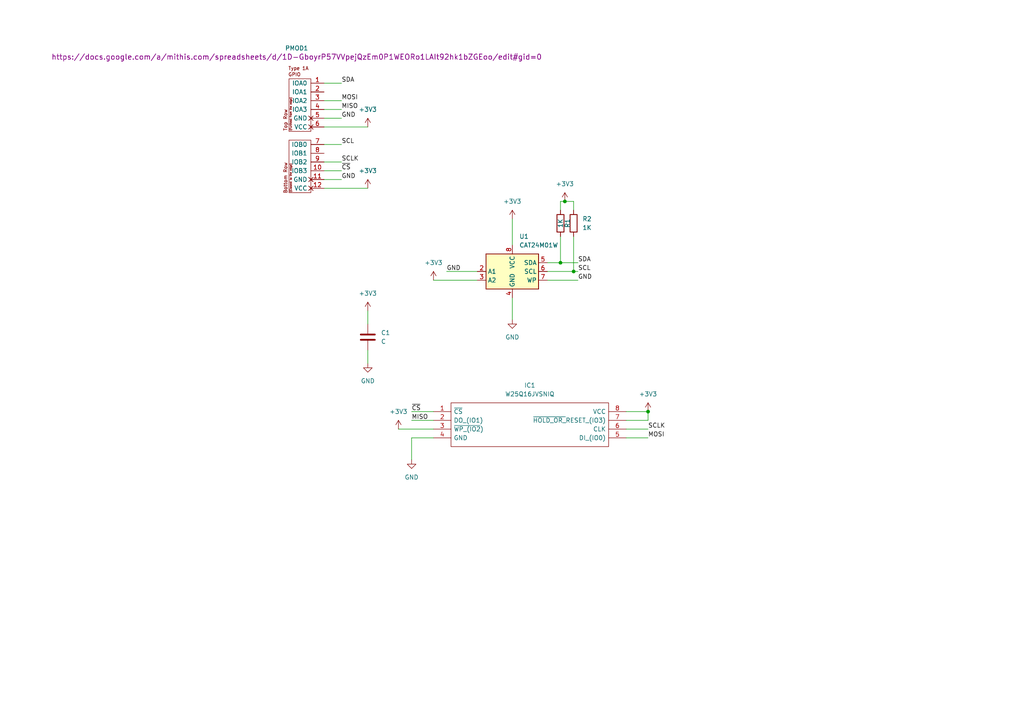
<source format=kicad_sch>
(kicad_sch (version 20211123) (generator eeschema)
  (paper "A4")
  (lib_symbols
    (symbol "Device:C" (pin_numbers hide) (pin_names (offset 0.254))
      (property "Reference" "C" (at 0.635 2.54 0))
      (property "Value" "C" (at 0.635 -2.54 0))
      (symbol "C_0_1"
        (polyline (pts (xy -2.032 -0.762) (xy 2.032 -0.762)) (stroke (width 0.508)))
        (polyline (pts (xy -2.032 0.762) (xy 2.032 0.762)) (stroke (width 0.508)))
      )
      (symbol "C_1_1"
        (pin passive line (at 0 3.81 270) (length 2.794) (name "~") (number "1"))
        (pin passive line (at 0 -3.81 90) (length 2.794) (name "~") (number "2"))
      )
    )
    (symbol "Device:R" (pin_numbers hide) (pin_names (offset 0))
      (property "Reference" "R" (at 2.032 0 90))
      (property "Value" "R" (at 0 0 90))
      (symbol "R_0_1"
        (rectangle (start -1.016 -2.54) (end 1.016 2.54) (stroke (width 0.254)))
      )
      (symbol "R_1_1"
        (pin passive line (at 0 3.81 270) (length 1.27) (name "~") (number "1"))
        (pin passive line (at 0 -3.81 90) (length 1.27) (name "~") (number "2"))
      )
    )
    (symbol "Memory_EEPROM:CAT24M01W"
      (property "Reference" "U" (at 2.54 8.89 0))
      (property "Value" "CAT24M01W" (at 6.35 6.35 0))
      (symbol "CAT24M01W_1_1"
        (rectangle (start -7.62 5.08) (end 7.62 -5.08) (stroke (width 0.254)) (fill (type background)))
        (pin no_connect line (at -7.62 2.54 0) (length 2.54) hide (name "NC") (number "1"))
        (pin input line (at -10.16 0 0) (length 2.54) (name "A1") (number "2"))
        (pin input line (at -10.16 -2.54 0) (length 2.54) (name "A2") (number "3"))
        (pin power_in line (at 0 -7.62 90) (length 2.54) (name "GND") (number "4"))
        (pin bidirectional line (at 10.16 2.54 180) (length 2.54) (name "SDA") (number "5"))
        (pin input line (at 10.16 0 180) (length 2.54) (name "SCL") (number "6"))
        (pin input line (at 10.16 -2.54 180) (length 2.54) (name "WP") (number "7"))
        (pin power_in line (at 0 7.62 270) (length 2.54) (name "VCC") (number "8"))
      )
    )
    (symbol "SamacSys_Parts:W25Q16JVSNIQ" (pin_names (offset 0.762))
      (property "Reference" "IC" (at 52.07 7.62 0))
      (property "Value" "W25Q16JVSNIQ" (at 52.07 5.08 0))
      (symbol "W25Q16JVSNIQ_0_0"
        (pin passive line (at 0 0 0) (length 5.08) (name "~{CS}") (number "1"))
        (pin passive line (at 0 -2.54 0) (length 5.08) (name "DO_(IO1)") (number "2"))
        (pin passive line (at 0 -5.08 0) (length 5.08) (name "~{WP_(IO2})") (number "3"))
        (pin passive line (at 0 -7.62 0) (length 5.08) (name "GND") (number "4"))
        (pin passive line (at 55.88 -7.62 180) (length 5.08) (name "DI_(IO0)") (number "5"))
        (pin passive line (at 55.88 -5.08 180) (length 5.08) (name "CLK") (number "6"))
        (pin passive line (at 55.88 -2.54 180) (length 5.08) (name "~{HOLD_OR_}RESET_(IO3)") (number "7"))
        (pin passive line (at 55.88 0 180) (length 5.08) (name "VCC") (number "8"))
      )
      (symbol "W25Q16JVSNIQ_0_1"
        (polyline (pts (xy 5.08 2.54) (xy 50.8 2.54) (xy 50.8 -10.16) (xy 5.08 -10.16) (xy 5.08 2.54)) (stroke (width 0.1524)))
      )
    )
    (symbol "pmod:PMOD-Device-x2-Type-1A-GPIO" (pin_names (offset 1.016))
      (property "Reference" "PMOD" (at -3.302 -1.27 0))
      (property "Datasheet" "https://docs.google.com/a/mithis.com/spreadsheets/d/1D-GboyrP57VVpejQzEm0P1WEORo1LAIt92hk1bZGEoo/edit#gid=0" (at -1.27 7.62 0))
      (symbol "PMOD-Device-x2-Type-1A-GPIO_0_0"
        (text "(Closest to the edge)" (at -5.842 -13.462 900) (effects (font (size 0.508 0.508))))
        (text "(Furthest from the edge)" (at -5.842 5.08 900) (effects (font (size 0.508 0.508))))
        (text "Bottom Row" (at -7.366 -13.462 900) (effects (font (size 0.9906 0.9906))))
        (text "GPIO" (at -6.604 16.51 0) (effects (font (size 0.9906 0.9906)) (justify left)))
        (text "Top Row" (at -7.366 3.302 900) (effects (font (size 0.9906 0.9906))))
        (text "Type 1A" (at -6.604 18.288 0) (effects (font (size 0.9906 0.9906)) (justify left)))
      )
      (symbol "PMOD-Device-x2-Type-1A-GPIO_0_1"
        (rectangle (start -6.35 -2.54) (end 0 -17.78))
        (rectangle (start 0 15.24) (end -6.35 0))
      )
      (symbol "PMOD-Device-x2-Type-1A-GPIO_1_1"
        (pin bidirectional line (at 3.81 13.97 180) (length 3.81) (name "IOA0") (number "1"))
        (pin bidirectional line (at 3.81 -11.43 180) (length 3.81) (name "IOB3") (number "10"))
        (pin power_out non_logic (at 3.81 -13.97 180) (length 3.81) (name "GND") (number "11"))
        (pin power_out non_logic (at 3.81 -16.51 180) (length 3.81) (name "VCC") (number "12"))
        (pin bidirectional line (at 3.81 11.43 180) (length 3.81) (name "IOA1") (number "2"))
        (pin bidirectional line (at 3.81 8.89 180) (length 3.81) (name "IOA2") (number "3"))
        (pin bidirectional line (at 3.81 6.35 180) (length 3.81) (name "IOA3") (number "4"))
        (pin power_out non_logic (at 3.81 3.81 180) (length 3.81) (name "GND") (number "5"))
        (pin power_out non_logic (at 3.81 1.27 180) (length 3.81) (name "VCC") (number "6"))
        (pin bidirectional line (at 3.81 -3.81 180) (length 3.81) (name "IOB0") (number "7"))
        (pin bidirectional line (at 3.81 -6.35 180) (length 3.81) (name "IOB1") (number "8"))
        (pin bidirectional line (at 3.81 -8.89 180) (length 3.81) (name "IOB2") (number "9"))
      )
    )
    (symbol "power:+3V3" (power) (pin_names (offset 0))
      (property "Value" "+3V3" (at 0 3.556 0))
      (symbol "+3V3_0_1"
        (polyline (pts (xy -0.762 1.27) (xy 0 2.54)))
        (polyline (pts (xy 0 0) (xy 0 2.54)))
        (polyline (pts (xy 0 2.54) (xy 0.762 1.27)))
      )
      (symbol "+3V3_1_1"
        (pin power_in line (at 0 0 90) (length 0) hide (name "+3V3") (number "1"))
      )
    )
    (symbol "power:GND" (power) (pin_names (offset 0))
      (property "Value" "GND" (at 0 -3.81 0))
      (symbol "GND_0_1"
        (polyline (pts (xy 0 0) (xy 0 -1.27) (xy 1.27 -1.27) (xy 0 -2.54) (xy -1.27 -1.27) (xy 0 -1.27)))
      )
      (symbol "GND_1_1"
        (pin power_in line (at 0 0 270) (length 0) hide (name "GND") (number "1"))
      )
    )
  )
  (junction (at 162.56 76.2))
  (junction (at 187.96 119.38))
  (junction (at 166.37 78.74))
  (junction (at 163.83 58.42))
  (wire (pts (xy 125.73 81.28) (xy 138.43 81.28)))
  (wire (pts (xy 119.38 119.38) (xy 125.73 119.38)))
  (wire (pts (xy 93.98 31.75) (xy 99.06 31.75)))
  (wire (pts (xy 115.57 124.46) (xy 125.73 124.46)))
  (wire (pts (xy 158.75 78.74) (xy 166.37 78.74)))
  (wire (pts (xy 162.56 58.42) (xy 163.83 58.42)))
  (wire (pts (xy 93.98 46.99) (xy 99.06 46.99)))
  (wire (pts (xy 163.83 58.42) (xy 166.37 58.42)))
  (wire (pts (xy 158.75 76.2) (xy 162.56 76.2)))
  (wire (pts (xy 119.38 121.92) (xy 125.73 121.92)))
  (wire (pts (xy 129.54 78.74) (xy 138.43 78.74)))
  (wire (pts (xy 181.61 121.92) (xy 187.96 121.92)))
  (wire (pts (xy 125.73 127) (xy 119.38 127)))
  (wire (pts (xy 106.68 101.6) (xy 106.68 105.41)))
  (wire (pts (xy 93.98 29.21) (xy 99.06 29.21)))
  (wire (pts (xy 93.98 34.29) (xy 99.06 34.29)))
  (wire (pts (xy 158.75 81.28) (xy 167.64 81.28)))
  (wire (pts (xy 166.37 60.96) (xy 166.37 58.42)))
  (wire (pts (xy 162.56 58.42) (xy 162.56 60.96)))
  (wire (pts (xy 148.59 63.5) (xy 148.59 71.12)))
  (wire (pts (xy 148.59 86.36) (xy 148.59 92.71)))
  (wire (pts (xy 181.61 124.46) (xy 187.96 124.46)))
  (wire (pts (xy 166.37 78.74) (xy 167.64 78.74)))
  (wire (pts (xy 93.98 24.13) (xy 99.06 24.13)))
  (wire (pts (xy 93.98 36.83) (xy 106.68 36.83)))
  (wire (pts (xy 106.68 90.17) (xy 106.68 93.98)))
  (wire (pts (xy 93.98 54.61) (xy 106.68 54.61)))
  (wire (pts (xy 93.98 49.53) (xy 99.06 49.53)))
  (wire (pts (xy 93.98 41.91) (xy 99.06 41.91)))
  (wire (pts (xy 162.56 76.2) (xy 167.64 76.2)))
  (wire (pts (xy 187.96 119.38) (xy 187.96 121.92)))
  (wire (pts (xy 93.98 52.07) (xy 99.06 52.07)))
  (wire (pts (xy 119.38 127) (xy 119.38 133.35)))
  (wire (pts (xy 181.61 127) (xy 187.96 127)))
  (wire (pts (xy 166.37 68.58) (xy 166.37 78.74)))
  (wire (pts (xy 162.56 68.58) (xy 162.56 76.2)))
  (wire (pts (xy 181.61 119.38) (xy 187.96 119.38)))
  (label "GND" (at 99.06 52.07 0))
  (label "SCLK" (at 99.06 46.99 0))
  (label "SCL" (at 167.64 78.74 0))
  (label "GND" (at 99.06 34.29 0))
  (label "MISO" (at 99.06 31.75 0))
  (label "GND" (at 129.54 78.74 0))
  (label "SCLK" (at 187.96 124.46 0))
  (label "GND" (at 167.64 81.28 0))
  (label "MOSI" (at 99.06 29.21 0))
  (label "SCL" (at 99.06 41.91 0))
  (label "~{CS}" (at 119.38 119.38 0))
  (label "~{CS}" (at 99.06 49.53 0))
  (label "SDA" (at 99.06 24.13 0))
  (label "SDA" (at 167.64 76.2 0))
  (label "MISO" (at 119.38 121.92 0))
  (label "MOSI" (at 187.96 127 0))
  (symbol (lib_id "power:+3V3") (at 148.59 63.5 0) (unit 1)
    (property "Reference" "#PWR0106" (effects hide))
    (property "Value" "+3V3" (at 148.59 58.42 0))
  )
  (symbol (lib_id "Device:R") (at 162.56 64.77 0) (unit 1)
    (property "Reference" "R1" (at 164.592 64.77 90))
    (property "Value" "1K" (at 162.56 64.77 90))
    (property "Footprint" "Resistor_SMD:R_0805_2012Metric" (effects hide))
  )
  (symbol (lib_id "power:+3V3") (at 115.57 124.46 0) (unit 1)
    (property "Reference" "#PWR0110" (effects hide))
    (property "Value" "+3V3" (at 115.57 119.38 0))
  )
  (symbol (lib_id "power:GND") (at 119.38 133.35 0) (unit 1)
    (property "Reference" "#PWR0104" (effects hide))
    (property "Value" "GND" (at 119.38 138.43 0))
  )
  (symbol (lib_id "power:GND") (at 106.68 105.41 0) (unit 1)
    (property "Reference" "#PWR0107" (effects hide))
    (property "Value" "GND" (at 106.68 110.49 0))
  )
  (symbol (lib_id "power:+3V3") (at 187.96 119.38 0) (unit 1)
    (property "Reference" "#PWR0111" (effects hide))
    (property "Value" "+3V3" (at 187.96 114.3 0))
  )
  (symbol (lib_id "power:GND") (at 148.59 92.71 0) (unit 1)
    (property "Reference" "#PWR0101" (effects hide))
    (property "Value" "GND" (at 148.59 97.79 0))
  )
  (symbol (lib_id "Device:C") (at 106.68 97.79 0) (unit 1)
    (property "Reference" "C1" (at 110.49 96.5199 0) (effects (justify left)))
    (property "Value" "C" (at 110.49 99.0599 0) (effects (justify left)))
    (property "Footprint" "Capacitor_SMD:C_0805_2012Metric" (effects hide))
  )
  (symbol (lib_id "power:+3V3") (at 163.83 58.42 0) (unit 1)
    (property "Reference" "#PWR0105" (effects hide))
    (property "Value" "+3V3" (at 163.83 53.34 0))
  )
  (symbol (lib_id "Memory_EEPROM:CAT24M01W") (at 148.59 78.74 0) (unit 1)
    (property "Reference" "U1" (at 150.6094 68.58 0) (effects (justify left)))
    (property "Value" "CAT24M01W" (at 150.6094 71.12 0) (effects (justify left)))
    (property "Footprint" "Package_SO:SOIC-8_3.9x4.9mm_P1.27mm" (effects hide))
    (property "Datasheet" "https://www.onsemi.com/pub/Collateral/CAT24M01-D.PDF" (effects hide))
  )
  (symbol (lib_id "power:+3V3") (at 106.68 54.61 0) (unit 1)
    (property "Reference" "#PWR0108" (effects hide))
    (property "Value" "+3V3" (at 106.68 49.53 0))
  )
  (symbol (lib_id "power:+3V3") (at 106.68 36.83 0) (unit 1)
    (property "Reference" "#PWR0103" (effects hide))
    (property "Value" "+3V3" (at 106.68 31.75 0))
  )
  (symbol (lib_id "Device:R") (at 166.37 64.77 0) (unit 1)
    (property "Reference" "R2" (at 168.91 63.4999 0) (effects (justify left)))
    (property "Value" "1K" (at 168.91 66.0399 0) (effects (justify left)))
    (property "Footprint" "Resistor_SMD:R_0805_2012Metric" (effects hide))
  )
  (symbol (lib_id "pmod:PMOD-Device-x2-Type-1A-GPIO") (at 90.17 38.1 0) (unit 1)
    (property "Reference" "PMOD1" (at 86.0418 13.97 0))
    (property "Value" "PMOD-Device-x2-Type-1A-GPIO" (effects hide))
    (property "Footprint" "pmod-conn_6x2:pmod_pin_array_6x2" (effects hide))
    (property "Datasheet" "https://docs.google.com/a/mithis.com/spreadsheets/d/1D-GboyrP57VVpejQzEm0P1WEORo1LAIt92hk1bZGEoo/edit#gid=0" (at 86.0418 16.51 0) (effects (font (size 1.524 1.524))))
  )
  (symbol (lib_id "power:+3V3") (at 125.73 81.28 0) (unit 1)
    (property "Reference" "#PWR0102" (effects hide))
    (property "Value" "+3V3" (at 125.73 76.2 0))
  )
  (symbol (lib_id "SamacSys_Parts:W25Q16JVSNIQ") (at 125.73 119.38 0) (unit 1)
    (property "Reference" "IC1" (at 153.67 111.76 0))
    (property "Value" "W25Q16JVSNIQ" (at 153.67 114.3 0))
    (property "Footprint" "SOIC127P600X175-8N" (effects hide))
    (property "Datasheet" "http://www.winbond.com/resource-files/w25q16jv%20spi%20revg%2003222018%20plus.pdf" (effects hide))
    (property "Description" "NOR Flash spiFlash, 3V, 16M-bit, 4Kb Uniform Sector" (effects hide))
    (property "Height" "1.75" (effects hide))
    (property "Manufacturer_Name" "Winbond" (effects hide))
    (property "Manufacturer_Part_Number" "W25Q16JVSNIQ" (effects hide))
    (property "Mouser Part Number" "454-W25Q16JVSNIQ" (effects hide))
    (property "Mouser Price/Stock" "https://www.mouser.co.uk/ProductDetail/Winbond/W25Q16JVSNIQ?qs=qSfuJ%252Bfl%2Fd5tzEnNt99V4A%3D%3D" (effects hide))
    (property "Arrow Part Number" "W25Q16JVSNIQ" (effects hide))
    (property "Arrow Price/Stock" "https://www.arrow.com/en/products/w25q16jvsniq/winbond-electronics?region=nac" (effects hide))
  )
  (symbol (lib_id "power:+3V3") (at 106.68 90.17 0) (unit 1)
    (property "Reference" "#PWR0109" (effects hide))
    (property "Value" "+3V3" (at 106.68 85.09 0))
  )
)
</source>
